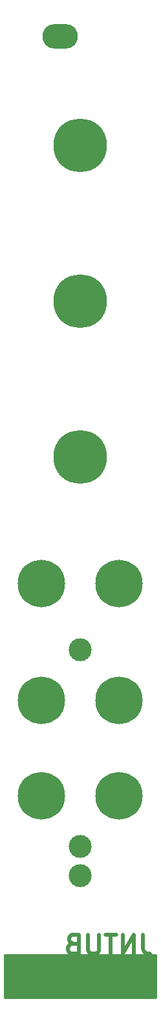
<source format=gbr>
%TF.GenerationSoftware,KiCad,Pcbnew,(5.1.9-0-10_14)*%
%TF.CreationDate,2021-01-07T01:07:36-06:00*%
%TF.ProjectId,JNTUB_panel,4a4e5455-425f-4706-916e-656c2e6b6963,rev?*%
%TF.SameCoordinates,Original*%
%TF.FileFunction,Soldermask,Bot*%
%TF.FilePolarity,Negative*%
%FSLAX46Y46*%
G04 Gerber Fmt 4.6, Leading zero omitted, Abs format (unit mm)*
G04 Created by KiCad (PCBNEW (5.1.9-0-10_14)) date 2021-01-07 01:07:36*
%MOMM*%
%LPD*%
G01*
G04 APERTURE LIST*
%ADD10C,0.500000*%
%ADD11O,4.750000X3.300000*%
%ADD12O,4.650000X3.200000*%
%ADD13C,3.000000*%
%ADD14C,6.200000*%
%ADD15C,7.000000*%
%ADD16C,0.254000*%
%ADD17C,0.100000*%
G04 APERTURE END LIST*
D10*
X105429285Y-155221952D02*
X105429285Y-157007666D01*
X105548333Y-157364809D01*
X105786428Y-157602904D01*
X106143571Y-157721952D01*
X106381666Y-157721952D01*
X104238809Y-157721952D02*
X104238809Y-155221952D01*
X102810238Y-157721952D01*
X102810238Y-155221952D01*
X101976904Y-155221952D02*
X100548333Y-155221952D01*
X101262619Y-157721952D02*
X101262619Y-155221952D01*
X99715000Y-155221952D02*
X99715000Y-157245761D01*
X99595952Y-157483857D01*
X99476904Y-157602904D01*
X99238809Y-157721952D01*
X98762619Y-157721952D01*
X98524523Y-157602904D01*
X98405476Y-157483857D01*
X98286428Y-157245761D01*
X98286428Y-155221952D01*
X96262619Y-156412428D02*
X95905476Y-156531476D01*
X95786428Y-156650523D01*
X95667380Y-156888619D01*
X95667380Y-157245761D01*
X95786428Y-157483857D01*
X95905476Y-157602904D01*
X96143571Y-157721952D01*
X97095952Y-157721952D01*
X97095952Y-155221952D01*
X96262619Y-155221952D01*
X96024523Y-155341000D01*
X95905476Y-155460047D01*
X95786428Y-155698142D01*
X95786428Y-155936238D01*
X95905476Y-156174333D01*
X96024523Y-156293380D01*
X96262619Y-156412428D01*
X97095952Y-156412428D01*
D11*
%TO.C,REF\u002A\u002A*%
X94615000Y-160578800D03*
%TD*%
D12*
%TO.C,REF\u002A\u002A*%
X94615000Y-38049200D03*
%TD*%
D13*
%TO.C,REF\u002A\u002A*%
X97282000Y-147574000D03*
%TD*%
%TO.C,REF\u002A\u002A*%
X97282000Y-143764000D03*
%TD*%
%TO.C,REF\u002A\u002A*%
X97282000Y-118110000D03*
%TD*%
D14*
%TO.C,REF\u002A\u002A*%
X102362000Y-137160000D03*
%TD*%
%TO.C,REF\u002A\u002A*%
X92202000Y-137160000D03*
%TD*%
%TO.C,REF\u002A\u002A*%
X92202000Y-124714000D03*
%TD*%
%TO.C,REF\u002A\u002A*%
X102362000Y-124714000D03*
%TD*%
%TO.C,REF\u002A\u002A*%
X102362000Y-109474000D03*
%TD*%
%TO.C,REF\u002A\u002A*%
X92202000Y-109474000D03*
%TD*%
D15*
%TO.C,REF\u002A\u002A*%
X97282000Y-92964000D03*
%TD*%
%TO.C,REF\u002A\u002A*%
X97282000Y-72644000D03*
%TD*%
%TO.C,REF\u002A\u002A*%
X97282000Y-52324000D03*
%TD*%
D16*
X107188000Y-163449000D02*
X87376000Y-163449000D01*
X87376000Y-160578800D01*
X92227400Y-160578800D01*
X92247101Y-160829126D01*
X92305719Y-161073289D01*
X92401811Y-161305276D01*
X92533011Y-161519374D01*
X92696088Y-161710312D01*
X92887026Y-161873389D01*
X93101124Y-162004589D01*
X93333111Y-162100681D01*
X93577274Y-162159299D01*
X93827600Y-162179000D01*
X95402400Y-162179000D01*
X95652726Y-162159299D01*
X95896889Y-162100681D01*
X96128876Y-162004589D01*
X96342974Y-161873389D01*
X96533912Y-161710312D01*
X96696989Y-161519374D01*
X96828189Y-161305276D01*
X96924281Y-161073289D01*
X96982899Y-160829126D01*
X97002600Y-160578800D01*
X96982899Y-160328474D01*
X96924281Y-160084311D01*
X96828189Y-159852324D01*
X96696989Y-159638226D01*
X96533912Y-159447288D01*
X96342974Y-159284211D01*
X96128876Y-159153011D01*
X95896889Y-159056919D01*
X95652726Y-158998301D01*
X95402400Y-158978600D01*
X93827600Y-158978600D01*
X93577274Y-158998301D01*
X93333111Y-159056919D01*
X93101124Y-159153011D01*
X92887026Y-159284211D01*
X92696088Y-159447288D01*
X92533011Y-159638226D01*
X92401811Y-159852324D01*
X92305719Y-160084311D01*
X92247101Y-160328474D01*
X92227400Y-160578800D01*
X87376000Y-160578800D01*
X87376000Y-157861000D01*
X107188000Y-157861000D01*
X107188000Y-163449000D01*
D17*
G36*
X107188000Y-163449000D02*
G01*
X87376000Y-163449000D01*
X87376000Y-160578800D01*
X92227400Y-160578800D01*
X92247101Y-160829126D01*
X92305719Y-161073289D01*
X92401811Y-161305276D01*
X92533011Y-161519374D01*
X92696088Y-161710312D01*
X92887026Y-161873389D01*
X93101124Y-162004589D01*
X93333111Y-162100681D01*
X93577274Y-162159299D01*
X93827600Y-162179000D01*
X95402400Y-162179000D01*
X95652726Y-162159299D01*
X95896889Y-162100681D01*
X96128876Y-162004589D01*
X96342974Y-161873389D01*
X96533912Y-161710312D01*
X96696989Y-161519374D01*
X96828189Y-161305276D01*
X96924281Y-161073289D01*
X96982899Y-160829126D01*
X97002600Y-160578800D01*
X96982899Y-160328474D01*
X96924281Y-160084311D01*
X96828189Y-159852324D01*
X96696989Y-159638226D01*
X96533912Y-159447288D01*
X96342974Y-159284211D01*
X96128876Y-159153011D01*
X95896889Y-159056919D01*
X95652726Y-158998301D01*
X95402400Y-158978600D01*
X93827600Y-158978600D01*
X93577274Y-158998301D01*
X93333111Y-159056919D01*
X93101124Y-159153011D01*
X92887026Y-159284211D01*
X92696088Y-159447288D01*
X92533011Y-159638226D01*
X92401811Y-159852324D01*
X92305719Y-160084311D01*
X92247101Y-160328474D01*
X92227400Y-160578800D01*
X87376000Y-160578800D01*
X87376000Y-157861000D01*
X107188000Y-157861000D01*
X107188000Y-163449000D01*
G37*
M02*

</source>
